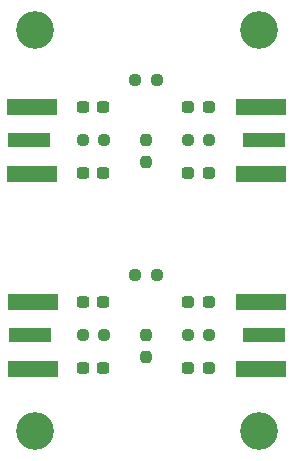
<source format=gbr>
%TF.GenerationSoftware,KiCad,Pcbnew,8.0.2*%
%TF.CreationDate,2025-01-11T01:23:29-03:00*%
%TF.ProjectId,preenfasis,70726565-6e66-4617-9369-732e6b696361,v1.3*%
%TF.SameCoordinates,Original*%
%TF.FileFunction,Soldermask,Top*%
%TF.FilePolarity,Negative*%
%FSLAX46Y46*%
G04 Gerber Fmt 4.6, Leading zero omitted, Abs format (unit mm)*
G04 Created by KiCad (PCBNEW 8.0.2) date 2025-01-11 01:23:29*
%MOMM*%
%LPD*%
G01*
G04 APERTURE LIST*
G04 Aperture macros list*
%AMRoundRect*
0 Rectangle with rounded corners*
0 $1 Rounding radius*
0 $2 $3 $4 $5 $6 $7 $8 $9 X,Y pos of 4 corners*
0 Add a 4 corners polygon primitive as box body*
4,1,4,$2,$3,$4,$5,$6,$7,$8,$9,$2,$3,0*
0 Add four circle primitives for the rounded corners*
1,1,$1+$1,$2,$3*
1,1,$1+$1,$4,$5*
1,1,$1+$1,$6,$7*
1,1,$1+$1,$8,$9*
0 Add four rect primitives between the rounded corners*
20,1,$1+$1,$2,$3,$4,$5,0*
20,1,$1+$1,$4,$5,$6,$7,0*
20,1,$1+$1,$6,$7,$8,$9,0*
20,1,$1+$1,$8,$9,$2,$3,0*%
G04 Aperture macros list end*
%ADD10RoundRect,0.237500X-0.287500X-0.237500X0.287500X-0.237500X0.287500X0.237500X-0.287500X0.237500X0*%
%ADD11RoundRect,0.237500X-0.250000X-0.237500X0.250000X-0.237500X0.250000X0.237500X-0.250000X0.237500X0*%
%ADD12C,3.200000*%
%ADD13RoundRect,0.237500X-0.237500X0.250000X-0.237500X-0.250000X0.237500X-0.250000X0.237500X0.250000X0*%
%ADD14R,3.600000X1.270000*%
%ADD15R,4.200000X1.350000*%
%ADD16RoundRect,0.237500X-0.300000X-0.237500X0.300000X-0.237500X0.300000X0.237500X-0.300000X0.237500X0*%
G04 APERTURE END LIST*
D10*
%TO.C,L2*%
X115965000Y-91694000D03*
X117715000Y-91694000D03*
%TD*%
D11*
%TO.C,R7*%
X107037500Y-72390000D03*
X108862500Y-72390000D03*
%TD*%
D12*
%TO.C,H3*%
X122000000Y-63000000D03*
%TD*%
D10*
%TO.C,L1*%
X115965000Y-86106000D03*
X117715000Y-86106000D03*
%TD*%
D11*
%TO.C,R8*%
X115927500Y-72390000D03*
X117752500Y-72390000D03*
%TD*%
%TO.C,R4*%
X115927500Y-88900000D03*
X117752500Y-88900000D03*
%TD*%
D13*
%TO.C,R2*%
X112395000Y-88900000D03*
X112395000Y-90725000D03*
%TD*%
D12*
%TO.C,H4*%
X103000000Y-63000000D03*
%TD*%
D14*
%TO.C,J3*%
X102543000Y-72390000D03*
D15*
X102743000Y-69565000D03*
X102743000Y-75215000D03*
%TD*%
D16*
%TO.C,C2*%
X107087500Y-91694000D03*
X108812500Y-91694000D03*
%TD*%
D11*
%TO.C,R1*%
X111482500Y-83820000D03*
X113307500Y-83820000D03*
%TD*%
D16*
%TO.C,C1*%
X107087500Y-86106000D03*
X108812500Y-86106000D03*
%TD*%
%TO.C,C3*%
X107087500Y-69596000D03*
X108812500Y-69596000D03*
%TD*%
D10*
%TO.C,L3*%
X115965000Y-69596000D03*
X117715000Y-69596000D03*
%TD*%
D11*
%TO.C,R5*%
X111482500Y-67310000D03*
X113307500Y-67310000D03*
%TD*%
D12*
%TO.C,H1*%
X122000000Y-97000000D03*
%TD*%
D14*
%TO.C,J2*%
X122374000Y-88900000D03*
D15*
X122174000Y-91725000D03*
X122174000Y-86075000D03*
%TD*%
D13*
%TO.C,R6*%
X112395000Y-72390000D03*
X112395000Y-74215000D03*
%TD*%
D14*
%TO.C,J4*%
X122374000Y-72390000D03*
D15*
X122174000Y-75215000D03*
X122174000Y-69565000D03*
%TD*%
D14*
%TO.C,J1*%
X102616000Y-88900000D03*
D15*
X102816000Y-86075000D03*
X102816000Y-91725000D03*
%TD*%
D12*
%TO.C,H2*%
X103000000Y-97000000D03*
%TD*%
D16*
%TO.C,C4*%
X107087500Y-75184000D03*
X108812500Y-75184000D03*
%TD*%
D11*
%TO.C,R3*%
X107037500Y-88900000D03*
X108862500Y-88900000D03*
%TD*%
D10*
%TO.C,L4*%
X115965000Y-75184000D03*
X117715000Y-75184000D03*
%TD*%
M02*

</source>
